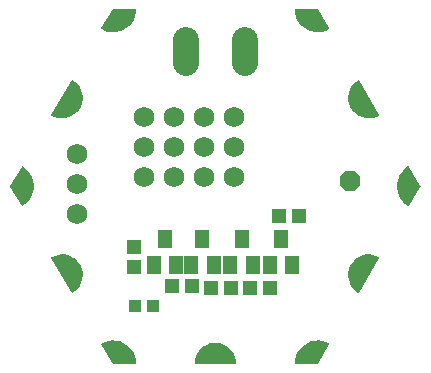
<source format=gbr>
G04 EAGLE Gerber RS-274X export*
G75*
%MOMM*%
%FSLAX34Y34*%
%LPD*%
%INSoldermask Top*%
%IPPOS*%
%AMOC8*
5,1,8,0,0,1.08239X$1,22.5*%
G01*
%ADD10R,1.003200X1.003200*%
%ADD11P,1.869504X8X112.500000*%
%ADD12R,1.203200X1.303200*%
%ADD13C,1.727200*%
%ADD14R,1.203200X1.603200*%
%ADD15R,1.303200X1.203200*%
%ADD16C,1.203200*%
%ADD17C,2.184400*%

G36*
X17029Y319D02*
X17029Y319D01*
X17058Y317D01*
X17125Y339D01*
X17195Y353D01*
X17219Y369D01*
X17247Y378D01*
X17300Y425D01*
X17359Y465D01*
X17375Y490D01*
X17397Y509D01*
X17428Y573D01*
X17466Y633D01*
X17471Y662D01*
X17483Y688D01*
X17492Y787D01*
X17499Y829D01*
X17496Y840D01*
X17498Y854D01*
X17266Y3652D01*
X17256Y3685D01*
X17252Y3733D01*
X16563Y6455D01*
X16548Y6486D01*
X16536Y6533D01*
X15408Y9104D01*
X15388Y9132D01*
X15369Y9177D01*
X13833Y11527D01*
X13809Y11552D01*
X13783Y11592D01*
X11881Y13658D01*
X11853Y13678D01*
X11820Y13714D01*
X9605Y15438D01*
X9574Y15454D01*
X9536Y15483D01*
X7066Y16820D01*
X7033Y16830D01*
X6991Y16853D01*
X5805Y17260D01*
X4351Y17759D01*
X4335Y17765D01*
X4301Y17769D01*
X4255Y17785D01*
X1486Y18247D01*
X1451Y18246D01*
X1404Y18254D01*
X-1404Y18254D01*
X-1438Y18247D01*
X-1486Y18247D01*
X-4255Y17785D01*
X-4288Y17772D01*
X-4335Y17765D01*
X-6991Y16853D01*
X-7021Y16835D01*
X-7066Y16820D01*
X-9536Y15483D01*
X-9562Y15461D01*
X-9605Y15438D01*
X-11820Y13714D01*
X-11843Y13687D01*
X-11881Y13658D01*
X-13783Y11592D01*
X-13801Y11563D01*
X-13833Y11527D01*
X-15369Y9177D01*
X-15382Y9144D01*
X-15408Y9104D01*
X-16536Y6533D01*
X-16543Y6499D01*
X-16546Y6493D01*
X-16552Y6484D01*
X-16553Y6478D01*
X-16563Y6455D01*
X-17252Y3733D01*
X-17254Y3698D01*
X-17266Y3652D01*
X-17498Y854D01*
X-17494Y825D01*
X-17499Y796D01*
X-17483Y727D01*
X-17474Y656D01*
X-17460Y631D01*
X-17453Y603D01*
X-17411Y545D01*
X-17376Y484D01*
X-17352Y466D01*
X-17335Y442D01*
X-17274Y406D01*
X-17217Y363D01*
X-17189Y356D01*
X-17164Y341D01*
X-17066Y324D01*
X-17025Y314D01*
X-17014Y316D01*
X-17000Y313D01*
X17000Y313D01*
X17029Y319D01*
G37*
G36*
X-121393Y60622D02*
X-121393Y60622D01*
X-121322Y60619D01*
X-121295Y60630D01*
X-121266Y60632D01*
X-121176Y60674D01*
X-121136Y60689D01*
X-121128Y60697D01*
X-121115Y60702D01*
X-118812Y62302D01*
X-118788Y62327D01*
X-118748Y62354D01*
X-116739Y64311D01*
X-116720Y64340D01*
X-116685Y64374D01*
X-115026Y66634D01*
X-115011Y66666D01*
X-114982Y66705D01*
X-113718Y69208D01*
X-113709Y69241D01*
X-113687Y69284D01*
X-112851Y71961D01*
X-112848Y71996D01*
X-112833Y72042D01*
X-112450Y74820D01*
X-112452Y74855D01*
X-112446Y74902D01*
X-112525Y77706D01*
X-112533Y77740D01*
X-112534Y77788D01*
X-113073Y80540D01*
X-113087Y80572D01*
X-113096Y80619D01*
X-114081Y83245D01*
X-114096Y83270D01*
X-114101Y83289D01*
X-114109Y83300D01*
X-114116Y83319D01*
X-115520Y85747D01*
X-115543Y85773D01*
X-115567Y85815D01*
X-117351Y87979D01*
X-117378Y88000D01*
X-117409Y88038D01*
X-119525Y89878D01*
X-119555Y89895D01*
X-119591Y89927D01*
X-121982Y91394D01*
X-122014Y91406D01*
X-122055Y91431D01*
X-124654Y92485D01*
X-124688Y92491D01*
X-124733Y92509D01*
X-127470Y93121D01*
X-127505Y93122D01*
X-127552Y93132D01*
X-130352Y93285D01*
X-130386Y93280D01*
X-130434Y93283D01*
X-133222Y92972D01*
X-133255Y92962D01*
X-133303Y92956D01*
X-136001Y92191D01*
X-136031Y92176D01*
X-136078Y92162D01*
X-138613Y90964D01*
X-138637Y90946D01*
X-138664Y90936D01*
X-138716Y90887D01*
X-138773Y90845D01*
X-138787Y90820D01*
X-138809Y90800D01*
X-138837Y90734D01*
X-138873Y90673D01*
X-138876Y90644D01*
X-138888Y90617D01*
X-138889Y90546D01*
X-138898Y90476D01*
X-138890Y90448D01*
X-138890Y90418D01*
X-138856Y90326D01*
X-138844Y90284D01*
X-138837Y90276D01*
X-138832Y90263D01*
X-121832Y60863D01*
X-121813Y60841D01*
X-121800Y60814D01*
X-121747Y60767D01*
X-121700Y60714D01*
X-121674Y60701D01*
X-121652Y60682D01*
X-121585Y60659D01*
X-121521Y60628D01*
X-121492Y60627D01*
X-121464Y60617D01*
X-121393Y60622D01*
G37*
G36*
X130386Y208345D02*
X130386Y208345D01*
X130434Y208343D01*
X133222Y208653D01*
X133255Y208663D01*
X133303Y208669D01*
X136001Y209434D01*
X136031Y209450D01*
X136078Y209463D01*
X138613Y210661D01*
X138637Y210679D01*
X138664Y210689D01*
X138716Y210738D01*
X138773Y210780D01*
X138787Y210805D01*
X138809Y210825D01*
X138837Y210891D01*
X138873Y210952D01*
X138876Y210981D01*
X138888Y211008D01*
X138889Y211079D01*
X138898Y211149D01*
X138890Y211177D01*
X138890Y211207D01*
X138856Y211299D01*
X138844Y211341D01*
X138837Y211350D01*
X138832Y211362D01*
X121832Y240762D01*
X121813Y240784D01*
X121800Y240811D01*
X121747Y240858D01*
X121700Y240911D01*
X121674Y240924D01*
X121652Y240943D01*
X121585Y240966D01*
X121521Y240997D01*
X121492Y240998D01*
X121464Y241008D01*
X121393Y241003D01*
X121322Y241006D01*
X121295Y240995D01*
X121266Y240993D01*
X121176Y240951D01*
X121136Y240936D01*
X121128Y240929D01*
X121115Y240923D01*
X118812Y239323D01*
X118788Y239298D01*
X118748Y239271D01*
X116739Y237314D01*
X116720Y237285D01*
X116685Y237251D01*
X115026Y234991D01*
X115011Y234959D01*
X114982Y234920D01*
X113718Y232417D01*
X113709Y232384D01*
X113687Y232341D01*
X112851Y229664D01*
X112848Y229629D01*
X112833Y229583D01*
X112450Y226805D01*
X112452Y226770D01*
X112446Y226723D01*
X112525Y223919D01*
X112533Y223885D01*
X112534Y223837D01*
X113073Y221085D01*
X113087Y221053D01*
X113096Y221006D01*
X114081Y218380D01*
X114099Y218351D01*
X114116Y218306D01*
X115520Y215878D01*
X115543Y215852D01*
X115567Y215810D01*
X117351Y213646D01*
X117378Y213625D01*
X117409Y213587D01*
X119525Y211747D01*
X119555Y211730D01*
X119591Y211698D01*
X121982Y210231D01*
X122014Y210219D01*
X122055Y210194D01*
X124654Y209140D01*
X124688Y209134D01*
X124733Y209116D01*
X127470Y208504D01*
X127505Y208503D01*
X127552Y208493D01*
X130352Y208340D01*
X130386Y208345D01*
G37*
G36*
X121426Y60623D02*
X121426Y60623D01*
X121497Y60623D01*
X121524Y60634D01*
X121553Y60637D01*
X121615Y60672D01*
X121680Y60699D01*
X121701Y60720D01*
X121726Y60734D01*
X121789Y60811D01*
X121819Y60841D01*
X121823Y60852D01*
X121832Y60863D01*
X138832Y90263D01*
X138841Y90290D01*
X138858Y90314D01*
X138873Y90384D01*
X138895Y90451D01*
X138893Y90480D01*
X138899Y90509D01*
X138886Y90579D01*
X138880Y90649D01*
X138867Y90675D01*
X138861Y90704D01*
X138821Y90763D01*
X138789Y90826D01*
X138766Y90845D01*
X138750Y90869D01*
X138668Y90926D01*
X138635Y90953D01*
X138625Y90956D01*
X138613Y90964D01*
X136078Y92162D01*
X136044Y92171D01*
X136001Y92191D01*
X133303Y92956D01*
X133268Y92959D01*
X133222Y92972D01*
X130434Y93283D01*
X130400Y93279D01*
X130352Y93285D01*
X127552Y93132D01*
X127518Y93123D01*
X127470Y93121D01*
X124733Y92509D01*
X124701Y92495D01*
X124654Y92485D01*
X122055Y91431D01*
X122026Y91412D01*
X121982Y91394D01*
X119591Y89927D01*
X119566Y89903D01*
X119525Y89878D01*
X117409Y88038D01*
X117388Y88010D01*
X117351Y87979D01*
X115567Y85815D01*
X115551Y85784D01*
X115520Y85747D01*
X114116Y83319D01*
X114105Y83287D01*
X114098Y83274D01*
X114088Y83259D01*
X114088Y83257D01*
X114081Y83245D01*
X113096Y80619D01*
X113090Y80585D01*
X113073Y80540D01*
X112534Y77788D01*
X112534Y77753D01*
X112525Y77706D01*
X112446Y74902D01*
X112452Y74868D01*
X112450Y74820D01*
X112833Y72042D01*
X112845Y72009D01*
X112851Y71961D01*
X113687Y69284D01*
X113704Y69254D01*
X113718Y69208D01*
X114982Y66705D01*
X115004Y66677D01*
X115026Y66634D01*
X116685Y64374D01*
X116711Y64350D01*
X116739Y64311D01*
X118748Y62354D01*
X118777Y62336D01*
X118812Y62302D01*
X121115Y60702D01*
X121142Y60691D01*
X121165Y60672D01*
X121233Y60652D01*
X121298Y60624D01*
X121327Y60624D01*
X121355Y60615D01*
X121426Y60623D01*
G37*
G36*
X-127552Y208493D02*
X-127552Y208493D01*
X-127518Y208502D01*
X-127470Y208504D01*
X-124733Y209116D01*
X-124701Y209130D01*
X-124654Y209140D01*
X-122055Y210194D01*
X-122026Y210213D01*
X-121982Y210231D01*
X-119591Y211698D01*
X-119566Y211722D01*
X-119525Y211747D01*
X-117409Y213587D01*
X-117388Y213615D01*
X-117351Y213646D01*
X-115567Y215810D01*
X-115551Y215841D01*
X-115520Y215878D01*
X-114116Y218306D01*
X-114105Y218338D01*
X-114081Y218380D01*
X-113096Y221006D01*
X-113090Y221040D01*
X-113073Y221085D01*
X-112534Y223837D01*
X-112534Y223872D01*
X-112525Y223919D01*
X-112446Y226723D01*
X-112452Y226757D01*
X-112450Y226805D01*
X-112833Y229583D01*
X-112845Y229616D01*
X-112851Y229664D01*
X-113687Y232341D01*
X-113704Y232371D01*
X-113718Y232417D01*
X-114982Y234920D01*
X-115004Y234948D01*
X-115026Y234991D01*
X-116685Y237251D01*
X-116711Y237275D01*
X-116739Y237314D01*
X-118748Y239271D01*
X-118777Y239289D01*
X-118812Y239323D01*
X-121115Y240923D01*
X-121142Y240934D01*
X-121165Y240953D01*
X-121233Y240973D01*
X-121298Y241001D01*
X-121327Y241001D01*
X-121355Y241010D01*
X-121426Y241002D01*
X-121497Y241002D01*
X-121524Y240991D01*
X-121553Y240988D01*
X-121615Y240953D01*
X-121680Y240926D01*
X-121701Y240905D01*
X-121726Y240891D01*
X-121789Y240814D01*
X-121819Y240784D01*
X-121823Y240773D01*
X-121832Y240762D01*
X-138832Y211362D01*
X-138841Y211335D01*
X-138858Y211311D01*
X-138873Y211241D01*
X-138895Y211174D01*
X-138893Y211145D01*
X-138899Y211116D01*
X-138886Y211046D01*
X-138880Y210976D01*
X-138867Y210950D01*
X-138861Y210921D01*
X-138821Y210862D01*
X-138789Y210799D01*
X-138766Y210780D01*
X-138750Y210756D01*
X-138668Y210699D01*
X-138635Y210672D01*
X-138625Y210669D01*
X-138613Y210661D01*
X-136078Y209463D01*
X-136044Y209454D01*
X-136001Y209434D01*
X-133303Y208669D01*
X-133268Y208666D01*
X-133222Y208653D01*
X-130434Y208343D01*
X-130400Y208346D01*
X-130352Y208340D01*
X-127552Y208493D01*
G37*
G36*
X163727Y133823D02*
X163727Y133823D01*
X163798Y133823D01*
X163825Y133834D01*
X163854Y133837D01*
X163916Y133873D01*
X163981Y133900D01*
X164002Y133921D01*
X164027Y133935D01*
X164090Y134012D01*
X164120Y134043D01*
X164124Y134053D01*
X164133Y134063D01*
X173633Y150563D01*
X173643Y150595D01*
X173652Y150608D01*
X173656Y150633D01*
X173657Y150636D01*
X173688Y150707D01*
X173688Y150730D01*
X173696Y150752D01*
X173690Y150829D01*
X173691Y150906D01*
X173681Y150930D01*
X173680Y150950D01*
X173659Y150990D01*
X173633Y151062D01*
X164133Y167562D01*
X164114Y167583D01*
X164101Y167610D01*
X164048Y167657D01*
X164001Y167711D01*
X163975Y167723D01*
X163954Y167743D01*
X163886Y167766D01*
X163822Y167797D01*
X163793Y167798D01*
X163766Y167807D01*
X163694Y167803D01*
X163623Y167806D01*
X163596Y167796D01*
X163567Y167794D01*
X163477Y167751D01*
X163437Y167737D01*
X163429Y167729D01*
X163416Y167723D01*
X160893Y165982D01*
X160869Y165957D01*
X160831Y165931D01*
X158619Y163807D01*
X158600Y163779D01*
X158566Y163747D01*
X156724Y161295D01*
X156710Y161265D01*
X156681Y161227D01*
X155256Y158512D01*
X155247Y158481D01*
X155231Y158456D01*
X155230Y158448D01*
X155225Y158439D01*
X154254Y155530D01*
X154250Y155496D01*
X154235Y155452D01*
X153743Y152426D01*
X153744Y152392D01*
X153736Y152346D01*
X153736Y149279D01*
X153737Y149276D01*
X153737Y149273D01*
X153743Y149247D01*
X153743Y149246D01*
X153743Y149199D01*
X154235Y146173D01*
X154247Y146141D01*
X154254Y146095D01*
X155225Y143186D01*
X155242Y143157D01*
X155256Y143113D01*
X156681Y140398D01*
X156703Y140371D01*
X156724Y140330D01*
X158566Y137878D01*
X158591Y137856D01*
X158619Y137818D01*
X160831Y135694D01*
X160859Y135676D01*
X160893Y135643D01*
X163416Y133902D01*
X163443Y133890D01*
X163465Y133872D01*
X163534Y133852D01*
X163599Y133824D01*
X163628Y133823D01*
X163656Y133815D01*
X163727Y133823D01*
G37*
G36*
X-163694Y133822D02*
X-163694Y133822D01*
X-163623Y133819D01*
X-163596Y133829D01*
X-163567Y133831D01*
X-163477Y133874D01*
X-163437Y133888D01*
X-163429Y133896D01*
X-163416Y133902D01*
X-160893Y135643D01*
X-160869Y135668D01*
X-160831Y135694D01*
X-158619Y137818D01*
X-158600Y137846D01*
X-158566Y137878D01*
X-156724Y140330D01*
X-156710Y140360D01*
X-156681Y140398D01*
X-155256Y143113D01*
X-155247Y143145D01*
X-155225Y143186D01*
X-154254Y146095D01*
X-154250Y146129D01*
X-154235Y146173D01*
X-153743Y149199D01*
X-153744Y149233D01*
X-153736Y149279D01*
X-153736Y152346D01*
X-153743Y152379D01*
X-153743Y152426D01*
X-154235Y155452D01*
X-154247Y155484D01*
X-154254Y155530D01*
X-155225Y158439D01*
X-155238Y158462D01*
X-155244Y158486D01*
X-155251Y158495D01*
X-155256Y158512D01*
X-156681Y161227D01*
X-156703Y161254D01*
X-156724Y161295D01*
X-158566Y163747D01*
X-158591Y163769D01*
X-158619Y163807D01*
X-160831Y165931D01*
X-160859Y165949D01*
X-160893Y165982D01*
X-163416Y167723D01*
X-163443Y167735D01*
X-163465Y167753D01*
X-163534Y167774D01*
X-163599Y167801D01*
X-163628Y167802D01*
X-163656Y167810D01*
X-163727Y167802D01*
X-163798Y167802D01*
X-163825Y167791D01*
X-163854Y167788D01*
X-163916Y167753D01*
X-163981Y167725D01*
X-164002Y167704D01*
X-164027Y167690D01*
X-164090Y167613D01*
X-164120Y167582D01*
X-164124Y167572D01*
X-164133Y167562D01*
X-173633Y151062D01*
X-173657Y150989D01*
X-173688Y150918D01*
X-173688Y150895D01*
X-173696Y150873D01*
X-173690Y150796D01*
X-173691Y150719D01*
X-173681Y150695D01*
X-173680Y150675D01*
X-173659Y150635D01*
X-173640Y150583D01*
X-173639Y150578D01*
X-173637Y150576D01*
X-173633Y150563D01*
X-164133Y134063D01*
X-164114Y134042D01*
X-164101Y134015D01*
X-164048Y133968D01*
X-164001Y133914D01*
X-163975Y133902D01*
X-163954Y133882D01*
X-163886Y133859D01*
X-163822Y133828D01*
X-163793Y133827D01*
X-163766Y133818D01*
X-163694Y133822D01*
G37*
G36*
X86676Y329D02*
X86676Y329D01*
X86754Y337D01*
X86773Y348D01*
X86795Y353D01*
X86859Y397D01*
X86927Y435D01*
X86943Y454D01*
X86959Y465D01*
X86983Y503D01*
X87033Y563D01*
X96533Y17063D01*
X96542Y17091D01*
X96558Y17114D01*
X96573Y17184D01*
X96596Y17252D01*
X96593Y17281D01*
X96599Y17309D01*
X96586Y17379D01*
X96580Y17450D01*
X96567Y17476D01*
X96561Y17504D01*
X96521Y17563D01*
X96488Y17627D01*
X96466Y17645D01*
X96450Y17669D01*
X96367Y17726D01*
X96335Y17753D01*
X96324Y17756D01*
X96314Y17764D01*
X93548Y19072D01*
X93515Y19080D01*
X93472Y19101D01*
X90532Y19948D01*
X90498Y19951D01*
X90454Y19964D01*
X87416Y20330D01*
X87382Y20327D01*
X87335Y20333D01*
X84278Y20206D01*
X84245Y20198D01*
X84198Y20196D01*
X81201Y19580D01*
X81170Y19567D01*
X81124Y19558D01*
X78264Y18470D01*
X78236Y18451D01*
X78192Y18435D01*
X75544Y16902D01*
X75518Y16879D01*
X75478Y16856D01*
X73110Y14918D01*
X73088Y14892D01*
X73052Y14862D01*
X71025Y12570D01*
X71009Y12540D01*
X70977Y12505D01*
X69345Y9917D01*
X69333Y9886D01*
X69308Y9846D01*
X68112Y7030D01*
X68105Y6996D01*
X68102Y6990D01*
X68098Y6983D01*
X68097Y6978D01*
X68086Y6953D01*
X67358Y3982D01*
X67356Y3948D01*
X67345Y3902D01*
X67102Y852D01*
X67106Y824D01*
X67101Y796D01*
X67118Y726D01*
X67126Y655D01*
X67141Y630D01*
X67147Y603D01*
X67190Y545D01*
X67226Y482D01*
X67248Y465D01*
X67265Y442D01*
X67327Y406D01*
X67384Y362D01*
X67412Y355D01*
X67436Y341D01*
X67536Y324D01*
X67577Y314D01*
X67587Y315D01*
X67600Y313D01*
X86600Y313D01*
X86676Y329D01*
G37*
G36*
X87369Y281298D02*
X87369Y281298D01*
X87416Y281295D01*
X90454Y281661D01*
X90486Y281671D01*
X90532Y281677D01*
X93472Y282524D01*
X93502Y282540D01*
X93548Y282553D01*
X96314Y283861D01*
X96336Y283878D01*
X96363Y283888D01*
X96415Y283937D01*
X96473Y283980D01*
X96487Y284005D01*
X96508Y284025D01*
X96537Y284090D01*
X96573Y284152D01*
X96576Y284181D01*
X96588Y284207D01*
X96589Y284279D01*
X96598Y284349D01*
X96590Y284377D01*
X96591Y284406D01*
X96555Y284500D01*
X96544Y284541D01*
X96537Y284549D01*
X96533Y284562D01*
X87033Y301062D01*
X86981Y301120D01*
X86935Y301183D01*
X86916Y301194D01*
X86901Y301211D01*
X86831Y301244D01*
X86764Y301284D01*
X86740Y301288D01*
X86722Y301297D01*
X86677Y301299D01*
X86600Y301312D01*
X67600Y301312D01*
X67572Y301306D01*
X67544Y301309D01*
X67476Y301286D01*
X67405Y301272D01*
X67382Y301256D01*
X67355Y301247D01*
X67300Y301200D01*
X67241Y301160D01*
X67226Y301136D01*
X67205Y301117D01*
X67173Y301053D01*
X67134Y300992D01*
X67129Y300964D01*
X67117Y300939D01*
X67108Y300837D01*
X67101Y300796D01*
X67103Y300786D01*
X67102Y300773D01*
X67345Y297723D01*
X67354Y297690D01*
X67358Y297643D01*
X68086Y294672D01*
X68101Y294641D01*
X68112Y294595D01*
X69308Y291779D01*
X69327Y291751D01*
X69345Y291708D01*
X70977Y289120D01*
X71001Y289095D01*
X71025Y289055D01*
X73052Y286763D01*
X73079Y286742D01*
X73110Y286707D01*
X75478Y284769D01*
X75508Y284753D01*
X75544Y284723D01*
X78192Y283190D01*
X78224Y283179D01*
X78264Y283155D01*
X81124Y282067D01*
X81157Y282061D01*
X81201Y282045D01*
X84198Y281429D01*
X84232Y281429D01*
X84278Y281419D01*
X87335Y281292D01*
X87369Y281298D01*
G37*
G36*
X-67572Y319D02*
X-67572Y319D01*
X-67544Y316D01*
X-67476Y339D01*
X-67405Y353D01*
X-67382Y369D01*
X-67355Y378D01*
X-67300Y425D01*
X-67241Y465D01*
X-67226Y489D01*
X-67205Y508D01*
X-67173Y572D01*
X-67134Y633D01*
X-67129Y661D01*
X-67117Y686D01*
X-67108Y788D01*
X-67101Y829D01*
X-67103Y839D01*
X-67102Y852D01*
X-67345Y3902D01*
X-67354Y3935D01*
X-67358Y3982D01*
X-68086Y6953D01*
X-68101Y6984D01*
X-68112Y7030D01*
X-69308Y9846D01*
X-69327Y9874D01*
X-69345Y9917D01*
X-70977Y12505D01*
X-71001Y12530D01*
X-71025Y12570D01*
X-73052Y14862D01*
X-73079Y14883D01*
X-73110Y14918D01*
X-75478Y16856D01*
X-75508Y16872D01*
X-75544Y16902D01*
X-78192Y18435D01*
X-78224Y18446D01*
X-78264Y18470D01*
X-81124Y19558D01*
X-81157Y19564D01*
X-81201Y19580D01*
X-84198Y20196D01*
X-84232Y20196D01*
X-84278Y20206D01*
X-87335Y20333D01*
X-87369Y20327D01*
X-87416Y20330D01*
X-90454Y19964D01*
X-90486Y19954D01*
X-90532Y19948D01*
X-93472Y19101D01*
X-93502Y19085D01*
X-93548Y19072D01*
X-96314Y17764D01*
X-96336Y17747D01*
X-96363Y17737D01*
X-96415Y17688D01*
X-96473Y17645D01*
X-96487Y17620D01*
X-96508Y17600D01*
X-96537Y17535D01*
X-96573Y17473D01*
X-96576Y17445D01*
X-96588Y17418D01*
X-96589Y17346D01*
X-96598Y17276D01*
X-96590Y17248D01*
X-96591Y17219D01*
X-96555Y17125D01*
X-96544Y17084D01*
X-96537Y17076D01*
X-96533Y17063D01*
X-87033Y563D01*
X-86981Y505D01*
X-86935Y442D01*
X-86916Y431D01*
X-86901Y414D01*
X-86831Y381D01*
X-86764Y341D01*
X-86740Y337D01*
X-86722Y328D01*
X-86677Y326D01*
X-86600Y313D01*
X-67600Y313D01*
X-67572Y319D01*
G37*
G36*
X-84278Y281419D02*
X-84278Y281419D01*
X-84245Y281427D01*
X-84198Y281429D01*
X-81201Y282045D01*
X-81170Y282058D01*
X-81124Y282067D01*
X-78264Y283155D01*
X-78236Y283174D01*
X-78192Y283190D01*
X-75544Y284723D01*
X-75518Y284746D01*
X-75478Y284769D01*
X-73110Y286707D01*
X-73088Y286733D01*
X-73052Y286763D01*
X-71025Y289055D01*
X-71009Y289085D01*
X-70977Y289120D01*
X-69345Y291708D01*
X-69333Y291740D01*
X-69308Y291779D01*
X-68112Y294595D01*
X-68105Y294629D01*
X-68086Y294672D01*
X-67358Y297643D01*
X-67356Y297677D01*
X-67345Y297723D01*
X-67102Y300773D01*
X-67106Y300801D01*
X-67101Y300829D01*
X-67118Y300899D01*
X-67126Y300970D01*
X-67141Y300995D01*
X-67147Y301022D01*
X-67190Y301080D01*
X-67226Y301143D01*
X-67248Y301160D01*
X-67265Y301183D01*
X-67327Y301219D01*
X-67384Y301263D01*
X-67412Y301270D01*
X-67436Y301284D01*
X-67536Y301301D01*
X-67577Y301311D01*
X-67587Y301310D01*
X-67600Y301312D01*
X-86600Y301312D01*
X-86676Y301296D01*
X-86754Y301288D01*
X-86773Y301277D01*
X-86795Y301272D01*
X-86859Y301228D01*
X-86927Y301190D01*
X-86943Y301171D01*
X-86959Y301160D01*
X-86983Y301122D01*
X-87033Y301062D01*
X-96533Y284562D01*
X-96542Y284534D01*
X-96558Y284511D01*
X-96573Y284441D01*
X-96596Y284373D01*
X-96593Y284345D01*
X-96599Y284316D01*
X-96586Y284246D01*
X-96580Y284175D01*
X-96567Y284149D01*
X-96561Y284121D01*
X-96521Y284062D01*
X-96488Y283998D01*
X-96466Y283980D01*
X-96450Y283956D01*
X-96367Y283899D01*
X-96335Y283872D01*
X-96324Y283869D01*
X-96314Y283861D01*
X-93548Y282553D01*
X-93515Y282545D01*
X-93472Y282524D01*
X-90532Y281677D01*
X-90498Y281674D01*
X-90454Y281661D01*
X-87416Y281295D01*
X-87382Y281298D01*
X-87335Y281292D01*
X-84278Y281419D01*
G37*
D10*
X-52825Y49213D03*
X-67825Y49213D03*
D11*
X114300Y155575D03*
D12*
X53413Y125413D03*
X70413Y125413D03*
D13*
X-117475Y177800D03*
X-117475Y152400D03*
X-117475Y127000D03*
D14*
X-42863Y106250D03*
X-33363Y84250D03*
X-52363Y84250D03*
D15*
X-68825Y82550D03*
X-68825Y99550D03*
D14*
X-11113Y106250D03*
X-1613Y84250D03*
X-20613Y84250D03*
D12*
X-20075Y66675D03*
X-37075Y66675D03*
D14*
X22225Y106250D03*
X31725Y84250D03*
X12725Y84250D03*
D12*
X13263Y65088D03*
X-3738Y65088D03*
D14*
X55563Y106250D03*
X65063Y84250D03*
X46063Y84250D03*
D12*
X46600Y65088D03*
X29600Y65088D03*
D16*
X82600Y293913D03*
X165200Y150813D03*
X82600Y7713D03*
X-82600Y7713D03*
X-165200Y150813D03*
X-82600Y293913D03*
X123900Y222313D03*
X123900Y79313D03*
X0Y7713D03*
X-123900Y79313D03*
X-123900Y222313D03*
D17*
X25146Y255207D02*
X25146Y275019D01*
X-25146Y275019D02*
X-25146Y255207D01*
D13*
X-60325Y158750D03*
X-34925Y158750D03*
X-9525Y158750D03*
X15875Y158750D03*
X15875Y209550D03*
X15875Y184150D03*
X-9525Y209550D03*
X-9525Y184150D03*
X-34925Y209550D03*
X-34925Y184150D03*
X-60325Y209550D03*
X-60325Y184150D03*
M02*

</source>
